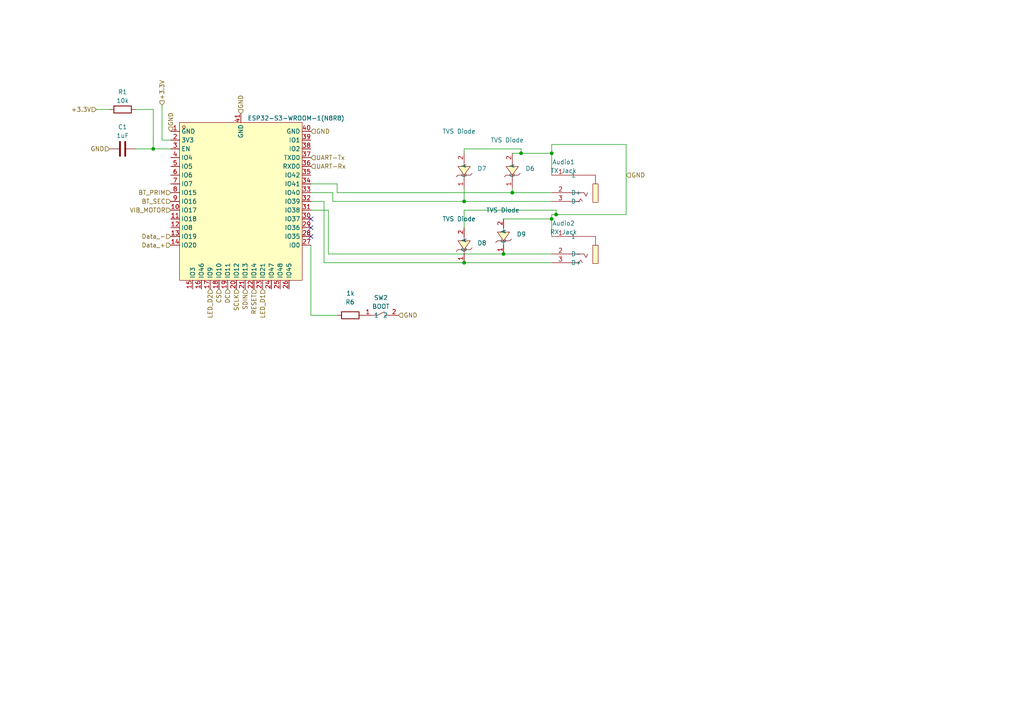
<source format=kicad_sch>
(kicad_sch (version 20230121) (generator eeschema)

  (uuid 34be44c7-2d8b-4557-8f77-8276c797a5e6)

  (paper "A4")

  (lib_symbols
    (symbol "Device:C" (pin_numbers hide) (pin_names (offset 0.254)) (in_bom yes) (on_board yes)
      (property "Reference" "C" (at 0.635 2.54 0)
        (effects (font (size 1.27 1.27)) (justify left))
      )
      (property "Value" "C" (at 0.635 -2.54 0)
        (effects (font (size 1.27 1.27)) (justify left))
      )
      (property "Footprint" "" (at 0.9652 -3.81 0)
        (effects (font (size 1.27 1.27)) hide)
      )
      (property "Datasheet" "~" (at 0 0 0)
        (effects (font (size 1.27 1.27)) hide)
      )
      (property "ki_keywords" "cap capacitor" (at 0 0 0)
        (effects (font (size 1.27 1.27)) hide)
      )
      (property "ki_description" "Unpolarized capacitor" (at 0 0 0)
        (effects (font (size 1.27 1.27)) hide)
      )
      (property "ki_fp_filters" "C_*" (at 0 0 0)
        (effects (font (size 1.27 1.27)) hide)
      )
      (symbol "C_0_1"
        (polyline
          (pts
            (xy -2.032 -0.762)
            (xy 2.032 -0.762)
          )
          (stroke (width 0.508) (type default))
          (fill (type none))
        )
        (polyline
          (pts
            (xy -2.032 0.762)
            (xy 2.032 0.762)
          )
          (stroke (width 0.508) (type default))
          (fill (type none))
        )
      )
      (symbol "C_1_1"
        (pin passive line (at 0 3.81 270) (length 2.794)
          (name "~" (effects (font (size 1.27 1.27))))
          (number "1" (effects (font (size 1.27 1.27))))
        )
        (pin passive line (at 0 -3.81 90) (length 2.794)
          (name "~" (effects (font (size 1.27 1.27))))
          (number "2" (effects (font (size 1.27 1.27))))
        )
      )
    )
    (symbol "Device:R" (pin_numbers hide) (pin_names (offset 0)) (in_bom yes) (on_board yes)
      (property "Reference" "R" (at 2.032 0 90)
        (effects (font (size 1.27 1.27)))
      )
      (property "Value" "R" (at 0 0 90)
        (effects (font (size 1.27 1.27)))
      )
      (property "Footprint" "" (at -1.778 0 90)
        (effects (font (size 1.27 1.27)) hide)
      )
      (property "Datasheet" "~" (at 0 0 0)
        (effects (font (size 1.27 1.27)) hide)
      )
      (property "ki_keywords" "R res resistor" (at 0 0 0)
        (effects (font (size 1.27 1.27)) hide)
      )
      (property "ki_description" "Resistor" (at 0 0 0)
        (effects (font (size 1.27 1.27)) hide)
      )
      (property "ki_fp_filters" "R_*" (at 0 0 0)
        (effects (font (size 1.27 1.27)) hide)
      )
      (symbol "R_0_1"
        (rectangle (start -1.016 -2.54) (end 1.016 2.54)
          (stroke (width 0.254) (type default))
          (fill (type none))
        )
      )
      (symbol "R_1_1"
        (pin passive line (at 0 3.81 270) (length 1.27)
          (name "~" (effects (font (size 1.27 1.27))))
          (number "1" (effects (font (size 1.27 1.27))))
        )
        (pin passive line (at 0 -3.81 90) (length 1.27)
          (name "~" (effects (font (size 1.27 1.27))))
          (number "2" (effects (font (size 1.27 1.27))))
        )
      )
    )
    (symbol "PJ-320B_1" (in_bom yes) (on_board yes)
      (property "Reference" "Audio1" (at 2.92 6.35 0)
        (effects (font (size 1.27 1.27)))
      )
      (property "Value" "TX Jack" (at 2.92 3.81 0)
        (effects (font (size 1.27 1.27)))
      )
      (property "Footprint" "global:AUDIO-SMD_PJ-320B" (at 0 -12.7 0)
        (effects (font (size 1.27 1.27)) hide)
      )
      (property "Datasheet" "https://lcsc.com/product-detail/Audio-Connectors_3-5mmCloth-headphone-jack_C18594.html" (at 0 -15.24 0)
        (effects (font (size 1.27 1.27)) hide)
      )
      (property "LCSC Part" "C18594" (at 0 -17.78 0)
        (effects (font (size 1.27 1.27)) hide)
      )
      (symbol "PJ-320B_1_0_1"
        (rectangle (start -7.11 0) (end -5.59 -5.33)
          (stroke (width 0) (type default))
          (fill (type background))
        )
        (polyline
          (pts
            (xy 1.27 2.54)
            (xy -6.35 2.54)
            (xy -6.35 0)
          )
          (stroke (width 0) (type default))
          (fill (type none))
        )
        (polyline
          (pts
            (xy 1.27 -5.08)
            (xy -1.52 -5.08)
            (xy -2.03 -4.32)
            (xy -2.54 -5.08)
          )
          (stroke (width 0) (type default))
          (fill (type none))
        )
        (polyline
          (pts
            (xy 1.27 -2.54)
            (xy -3.05 -2.54)
            (xy -3.56 -3.56)
            (xy -4.06 -2.54)
          )
          (stroke (width 0) (type default))
          (fill (type none))
        )
        (pin unspecified line (at 6.35 2.54 180) (length 5.08)
          (name "1" (effects (font (size 1.27 1.27))))
          (number "1" (effects (font (size 1.27 1.27))))
        )
      )
      (symbol "PJ-320B_1_1_1"
        (pin unspecified line (at 6.35 -2.54 180) (length 5.08)
          (name "D+" (effects (font (size 1.27 1.27))))
          (number "2" (effects (font (size 1.27 1.27))))
        )
        (pin unspecified line (at 6.35 -5.08 180) (length 5.08)
          (name "D-" (effects (font (size 1.27 1.27))))
          (number "3" (effects (font (size 1.27 1.27))))
        )
      )
    )
    (symbol "global:ESP32-S3-WROOM-1(N8R8)" (in_bom yes) (on_board yes)
      (property "Reference" "U" (at 0 30.48 0)
        (effects (font (size 1.27 1.27)))
      )
      (property "Value" "ESP32-S3-WROOM-1(N8R8)" (at 0 -30.48 0)
        (effects (font (size 1.27 1.27)))
      )
      (property "Footprint" "global:WIRELM-SMD_ESP32-S3-WROOM-1" (at 0 -33.02 0)
        (effects (font (size 1.27 1.27)) hide)
      )
      (property "Datasheet" "" (at 0 0 0)
        (effects (font (size 1.27 1.27)) hide)
      )
      (property "LCSC Part" "C2913201" (at 0 -35.56 0)
        (effects (font (size 1.27 1.27)) hide)
      )
      (symbol "ESP32-S3-WROOM-1(N8R8)_0_1"
        (rectangle (start -17.78 22.86) (end 17.78 -22.86)
          (stroke (width 0) (type default))
          (fill (type background))
        )
        (circle (center -16.51 21.59) (radius 0.38)
          (stroke (width 0) (type default))
          (fill (type none))
        )
        (pin unspecified line (at -20.32 20.32 0) (length 2.54)
          (name "GND" (effects (font (size 1.27 1.27))))
          (number "1" (effects (font (size 1.27 1.27))))
        )
        (pin unspecified line (at -20.32 -2.54 0) (length 2.54)
          (name "IO17" (effects (font (size 1.27 1.27))))
          (number "10" (effects (font (size 1.27 1.27))))
        )
        (pin unspecified line (at -20.32 -5.08 0) (length 2.54)
          (name "IO18" (effects (font (size 1.27 1.27))))
          (number "11" (effects (font (size 1.27 1.27))))
        )
        (pin unspecified line (at -20.32 -7.62 0) (length 2.54)
          (name "IO8" (effects (font (size 1.27 1.27))))
          (number "12" (effects (font (size 1.27 1.27))))
        )
        (pin unspecified line (at -20.32 -10.16 0) (length 2.54)
          (name "IO19" (effects (font (size 1.27 1.27))))
          (number "13" (effects (font (size 1.27 1.27))))
        )
        (pin unspecified line (at -20.32 -12.7 0) (length 2.54)
          (name "IO20" (effects (font (size 1.27 1.27))))
          (number "14" (effects (font (size 1.27 1.27))))
        )
        (pin unspecified line (at -13.97 -25.4 90) (length 2.54)
          (name "IO3" (effects (font (size 1.27 1.27))))
          (number "15" (effects (font (size 1.27 1.27))))
        )
        (pin unspecified line (at -11.43 -25.4 90) (length 2.54)
          (name "IO46" (effects (font (size 1.27 1.27))))
          (number "16" (effects (font (size 1.27 1.27))))
        )
        (pin unspecified line (at -8.89 -25.4 90) (length 2.54)
          (name "IO9" (effects (font (size 1.27 1.27))))
          (number "17" (effects (font (size 1.27 1.27))))
        )
        (pin unspecified line (at -6.35 -25.4 90) (length 2.54)
          (name "IO10" (effects (font (size 1.27 1.27))))
          (number "18" (effects (font (size 1.27 1.27))))
        )
        (pin unspecified line (at -3.81 -25.4 90) (length 2.54)
          (name "IO11" (effects (font (size 1.27 1.27))))
          (number "19" (effects (font (size 1.27 1.27))))
        )
        (pin unspecified line (at -20.32 17.78 0) (length 2.54)
          (name "3V3" (effects (font (size 1.27 1.27))))
          (number "2" (effects (font (size 1.27 1.27))))
        )
        (pin unspecified line (at -1.27 -25.4 90) (length 2.54)
          (name "IO12" (effects (font (size 1.27 1.27))))
          (number "20" (effects (font (size 1.27 1.27))))
        )
        (pin unspecified line (at 1.27 -25.4 90) (length 2.54)
          (name "IO13" (effects (font (size 1.27 1.27))))
          (number "21" (effects (font (size 1.27 1.27))))
        )
        (pin unspecified line (at 3.81 -25.4 90) (length 2.54)
          (name "IO14" (effects (font (size 1.27 1.27))))
          (number "22" (effects (font (size 1.27 1.27))))
        )
        (pin unspecified line (at 6.35 -25.4 90) (length 2.54)
          (name "IO21" (effects (font (size 1.27 1.27))))
          (number "23" (effects (font (size 1.27 1.27))))
        )
        (pin unspecified line (at 8.89 -25.4 90) (length 2.54)
          (name "IO47" (effects (font (size 1.27 1.27))))
          (number "24" (effects (font (size 1.27 1.27))))
        )
        (pin unspecified line (at 11.43 -25.4 90) (length 2.54)
          (name "IO48" (effects (font (size 1.27 1.27))))
          (number "25" (effects (font (size 1.27 1.27))))
        )
        (pin unspecified line (at 13.97 -25.4 90) (length 2.54)
          (name "IO45" (effects (font (size 1.27 1.27))))
          (number "26" (effects (font (size 1.27 1.27))))
        )
        (pin unspecified line (at 20.32 -12.7 180) (length 2.54)
          (name "IO0" (effects (font (size 1.27 1.27))))
          (number "27" (effects (font (size 1.27 1.27))))
        )
        (pin unspecified line (at 20.32 -10.16 180) (length 2.54)
          (name "IO35" (effects (font (size 1.27 1.27))))
          (number "28" (effects (font (size 1.27 1.27))))
        )
        (pin unspecified line (at 20.32 -7.62 180) (length 2.54)
          (name "IO36" (effects (font (size 1.27 1.27))))
          (number "29" (effects (font (size 1.27 1.27))))
        )
        (pin unspecified line (at -20.32 15.24 0) (length 2.54)
          (name "EN" (effects (font (size 1.27 1.27))))
          (number "3" (effects (font (size 1.27 1.27))))
        )
        (pin unspecified line (at 20.32 -5.08 180) (length 2.54)
          (name "IO37" (effects (font (size 1.27 1.27))))
          (number "30" (effects (font (size 1.27 1.27))))
        )
        (pin unspecified line (at 20.32 -2.54 180) (length 2.54)
          (name "IO38" (effects (font (size 1.27 1.27))))
          (number "31" (effects (font (size 1.27 1.27))))
        )
        (pin unspecified line (at 20.32 0 180) (length 2.54)
          (name "IO39" (effects (font (size 1.27 1.27))))
          (number "32" (effects (font (size 1.27 1.27))))
        )
        (pin unspecified line (at 20.32 2.54 180) (length 2.54)
          (name "IO40" (effects (font (size 1.27 1.27))))
          (number "33" (effects (font (size 1.27 1.27))))
        )
        (pin unspecified line (at 20.32 5.08 180) (length 2.54)
          (name "IO41" (effects (font (size 1.27 1.27))))
          (number "34" (effects (font (size 1.27 1.27))))
        )
        (pin unspecified line (at 20.32 7.62 180) (length 2.54)
          (name "IO42" (effects (font (size 1.27 1.27))))
          (number "35" (effects (font (size 1.27 1.27))))
        )
        (pin unspecified line (at 20.32 10.16 180) (length 2.54)
          (name "RXD0" (effects (font (size 1.27 1.27))))
          (number "36" (effects (font (size 1.27 1.27))))
        )
        (pin unspecified line (at 20.32 12.7 180) (length 2.54)
          (name "TXD0" (effects (font (size 1.27 1.27))))
          (number "37" (effects (font (size 1.27 1.27))))
        )
        (pin unspecified line (at 20.32 15.24 180) (length 2.54)
          (name "IO2" (effects (font (size 1.27 1.27))))
          (number "38" (effects (font (size 1.27 1.27))))
        )
        (pin unspecified line (at 20.32 17.78 180) (length 2.54)
          (name "IO1" (effects (font (size 1.27 1.27))))
          (number "39" (effects (font (size 1.27 1.27))))
        )
        (pin unspecified line (at -20.32 12.7 0) (length 2.54)
          (name "IO4" (effects (font (size 1.27 1.27))))
          (number "4" (effects (font (size 1.27 1.27))))
        )
        (pin unspecified line (at 20.32 20.32 180) (length 2.54)
          (name "GND" (effects (font (size 1.27 1.27))))
          (number "40" (effects (font (size 1.27 1.27))))
        )
        (pin unspecified line (at 0 25.4 270) (length 2.54)
          (name "GND" (effects (font (size 1.27 1.27))))
          (number "41" (effects (font (size 1.27 1.27))))
        )
        (pin unspecified line (at -20.32 10.16 0) (length 2.54)
          (name "IO5" (effects (font (size 1.27 1.27))))
          (number "5" (effects (font (size 1.27 1.27))))
        )
        (pin unspecified line (at -20.32 7.62 0) (length 2.54)
          (name "IO6" (effects (font (size 1.27 1.27))))
          (number "6" (effects (font (size 1.27 1.27))))
        )
        (pin unspecified line (at -20.32 5.08 0) (length 2.54)
          (name "IO7" (effects (font (size 1.27 1.27))))
          (number "7" (effects (font (size 1.27 1.27))))
        )
        (pin unspecified line (at -20.32 2.54 0) (length 2.54)
          (name "IO15" (effects (font (size 1.27 1.27))))
          (number "8" (effects (font (size 1.27 1.27))))
        )
        (pin unspecified line (at -20.32 0 0) (length 2.54)
          (name "IO16" (effects (font (size 1.27 1.27))))
          (number "9" (effects (font (size 1.27 1.27))))
        )
      )
    )
    (symbol "global:PJ-320B" (in_bom yes) (on_board yes)
      (property "Reference" "Audio2" (at 2.92 6.35 0)
        (effects (font (size 1.27 1.27)))
      )
      (property "Value" "RX Jack" (at 2.92 3.81 0)
        (effects (font (size 1.27 1.27)))
      )
      (property "Footprint" "global:AUDIO-SMD_PJ-320B" (at 0 -12.7 0)
        (effects (font (size 1.27 1.27)) hide)
      )
      (property "Datasheet" "https://lcsc.com/product-detail/Audio-Connectors_3-5mmCloth-headphone-jack_C18594.html" (at 0 -15.24 0)
        (effects (font (size 1.27 1.27)) hide)
      )
      (property "LCSC Part" "C18594" (at 0 -17.78 0)
        (effects (font (size 1.27 1.27)) hide)
      )
      (symbol "PJ-320B_0_1"
        (rectangle (start -7.11 0) (end -5.59 -5.33)
          (stroke (width 0) (type default))
          (fill (type background))
        )
        (polyline
          (pts
            (xy 1.27 2.54)
            (xy -6.35 2.54)
            (xy -6.35 0)
          )
          (stroke (width 0) (type default))
          (fill (type none))
        )
        (polyline
          (pts
            (xy 1.27 -5.08)
            (xy -1.52 -5.08)
            (xy -2.03 -4.32)
            (xy -2.54 -5.08)
          )
          (stroke (width 0) (type default))
          (fill (type none))
        )
        (polyline
          (pts
            (xy 1.27 -2.54)
            (xy -3.05 -2.54)
            (xy -3.56 -3.56)
            (xy -4.06 -2.54)
          )
          (stroke (width 0) (type default))
          (fill (type none))
        )
        (pin unspecified line (at 6.35 2.54 180) (length 5.08)
          (name "1" (effects (font (size 1.27 1.27))))
          (number "1" (effects (font (size 1.27 1.27))))
        )
      )
      (symbol "PJ-320B_1_1"
        (pin unspecified line (at 6.35 -2.54 180) (length 5.08)
          (name "D-" (effects (font (size 1.27 1.27))))
          (number "2" (effects (font (size 1.27 1.27))))
        )
        (pin unspecified line (at 6.35 -5.08 180) (length 5.08)
          (name "D+" (effects (font (size 1.27 1.27))))
          (number "3" (effects (font (size 1.27 1.27))))
        )
      )
    )
    (symbol "global:SD03_C502526" (in_bom yes) (on_board yes)
      (property "Reference" "D" (at 0 5.08 0)
        (effects (font (size 1.27 1.27)))
      )
      (property "Value" "SD03_C502526" (at 0 -5.08 0)
        (effects (font (size 1.27 1.27)))
      )
      (property "Footprint" "global:SOD-323_L1.8-W1.3-LS2.5-RD" (at 0 -7.62 0)
        (effects (font (size 1.27 1.27)) hide)
      )
      (property "Datasheet" "https://lcsc.com/product-detail/TVS_MDD-Microdiode-Electronics-SD03_C502526.html" (at 0 -10.16 0)
        (effects (font (size 1.27 1.27)) hide)
      )
      (property "LCSC Part" "C502526" (at 0 -12.7 0)
        (effects (font (size 1.27 1.27)) hide)
      )
      (symbol "SD03_C502526_0_1"
        (polyline
          (pts
            (xy -1.27 0)
            (xy -2.54 0)
          )
          (stroke (width 0) (type default))
          (fill (type none))
        )
        (polyline
          (pts
            (xy 2.54 0)
            (xy 1.27 0)
          )
          (stroke (width 0) (type default))
          (fill (type none))
        )
        (polyline
          (pts
            (xy 1.27 1.78)
            (xy -1.27 0)
            (xy 1.27 -1.78)
            (xy 1.27 1.78)
          )
          (stroke (width 0) (type default))
          (fill (type background))
        )
        (polyline
          (pts
            (xy -1.78 2.29)
            (xy -1.78 2.29)
            (xy -1.27 1.78)
            (xy -1.27 -1.78)
            (xy -0.76 -2.29)
            (xy -0.76 -2.29)
          )
          (stroke (width 0) (type default))
          (fill (type none))
        )
        (pin unspecified line (at -5.08 0 0) (length 2.54)
          (name "C" (effects (font (size 1.27 1.27))))
          (number "1" (effects (font (size 1.27 1.27))))
        )
        (pin unspecified line (at 5.08 0 180) (length 2.54)
          (name "A" (effects (font (size 1.27 1.27))))
          (number "2" (effects (font (size 1.27 1.27))))
        )
      )
    )
    (symbol "global:TSB013A5026B" (in_bom yes) (on_board yes)
      (property "Reference" "SW" (at 0 5.08 0)
        (effects (font (size 1.27 1.27)))
      )
      (property "Value" "TSB013A5026B" (at 0 -5.08 0)
        (effects (font (size 1.27 1.27)))
      )
      (property "Footprint" "global:KEY-SMD_L6.0-W3.5-LS8.0" (at 0 -7.62 0)
        (effects (font (size 1.27 1.27)) hide)
      )
      (property "Datasheet" "" (at 0 0 0)
        (effects (font (size 1.27 1.27)) hide)
      )
      (property "LCSC Part" "C2888463" (at 0 -10.16 0)
        (effects (font (size 1.27 1.27)) hide)
      )
      (symbol "TSB013A5026B_0_1"
        (polyline
          (pts
            (xy 2.03 0)
            (xy 2.54 0)
          )
          (stroke (width 0) (type default))
          (fill (type none))
        )
        (polyline
          (pts
            (xy 2.54 0)
            (xy 1.02 0)
          )
          (stroke (width 0) (type default))
          (fill (type none))
        )
        (polyline
          (pts
            (xy -2.54 0)
            (xy -1.02 0)
            (xy 1.02 1.02)
          )
          (stroke (width 0) (type default))
          (fill (type none))
        )
        (pin unspecified line (at -5.08 0 0) (length 2.54)
          (name "1" (effects (font (size 1.27 1.27))))
          (number "1" (effects (font (size 1.27 1.27))))
        )
        (pin unspecified line (at 5.08 0 180) (length 2.54)
          (name "2" (effects (font (size 1.27 1.27))))
          (number "2" (effects (font (size 1.27 1.27))))
        )
      )
    )
  )

  (junction (at 134.62 76.2) (diameter 0) (color 0 0 0 0)
    (uuid 009d126e-5695-4cc4-b86f-fdc1df17bdea)
  )
  (junction (at 160.02 63.5) (diameter 0) (color 0 0 0 0)
    (uuid 08f184c1-6a14-4743-a4a1-1fae17f94612)
  )
  (junction (at 134.62 58.42) (diameter 0) (color 0 0 0 0)
    (uuid 2b7a9f8f-163e-4704-ae56-775e248db611)
  )
  (junction (at 160.02 44.45) (diameter 0) (color 0 0 0 0)
    (uuid 6a268020-6bc3-4557-8bfd-9466cdb4df0e)
  )
  (junction (at 44.45 43.18) (diameter 0) (color 0 0 0 0)
    (uuid 74a38546-7538-4ec8-b0bf-baa1d68a1333)
  )
  (junction (at 146.05 73.66) (diameter 0) (color 0 0 0 0)
    (uuid 862d4e79-3c56-4e20-9f70-ffe1f13ae0a2)
  )
  (junction (at 161.29 62.23) (diameter 0) (color 0 0 0 0)
    (uuid bf06e5e9-1c9f-4883-86f9-24bb283dadcd)
  )
  (junction (at 148.59 55.88) (diameter 0) (color 0 0 0 0)
    (uuid f49f41b0-2826-4d0b-938d-47d487f32e6c)
  )
  (junction (at 151.13 44.45) (diameter 0) (color 0 0 0 0)
    (uuid f7e4081a-ee12-4c49-b560-136799575277)
  )

  (no_connect (at 90.17 68.58) (uuid 46466219-9d9a-4214-a7b2-fff21a1ebabc))
  (no_connect (at 90.17 66.04) (uuid 6c9edca1-90f0-4ae3-b5da-663dcac6bbed))
  (no_connect (at 90.17 63.5) (uuid 70f78b22-3459-4018-9a7d-1f15162d7fb1))

  (wire (pts (xy 181.61 41.91) (xy 160.02 41.91))
    (stroke (width 0) (type default))
    (uuid 0408d7b1-47ad-4623-9d9d-06c466c2cf22)
  )
  (wire (pts (xy 90.17 71.12) (xy 90.17 91.44))
    (stroke (width 0) (type default))
    (uuid 1dad18e3-e27b-4847-9505-656ed1d58d1d)
  )
  (wire (pts (xy 146.05 73.66) (xy 95.25 73.66))
    (stroke (width 0) (type default))
    (uuid 284935b2-9fb2-4cae-9754-58bf8c7077b9)
  )
  (wire (pts (xy 95.25 73.66) (xy 95.25 60.96))
    (stroke (width 0) (type default))
    (uuid 2c82b33f-4f8f-469b-a14e-0e4bccf34125)
  )
  (wire (pts (xy 46.99 30.48) (xy 46.99 40.64))
    (stroke (width 0) (type default))
    (uuid 412dc11d-f992-4c42-b874-4dca063e7fb2)
  )
  (wire (pts (xy 146.05 63.5) (xy 160.02 63.5))
    (stroke (width 0) (type default))
    (uuid 477d4a63-401e-4c5e-b608-0fcc194a9a9c)
  )
  (wire (pts (xy 148.59 55.88) (xy 148.59 54.61))
    (stroke (width 0) (type default))
    (uuid 4f8a8c61-e174-4d53-b22b-5a951300c04a)
  )
  (wire (pts (xy 160.02 68.58) (xy 160.02 63.5))
    (stroke (width 0) (type default))
    (uuid 5087d924-cc98-4baa-9f73-c47ad9f2f69d)
  )
  (wire (pts (xy 160.02 58.42) (xy 134.62 58.42))
    (stroke (width 0) (type default))
    (uuid 55011e47-d6d4-4fe2-a2a4-022fa3750ef7)
  )
  (wire (pts (xy 161.29 62.23) (xy 181.61 62.23))
    (stroke (width 0) (type default))
    (uuid 61dd796a-7057-4905-9ae3-c192eed79fff)
  )
  (wire (pts (xy 134.62 66.04) (xy 134.62 60.96))
    (stroke (width 0) (type default))
    (uuid 624f02d2-31bf-4443-8fbe-6f4b00a01b71)
  )
  (wire (pts (xy 134.62 60.96) (xy 161.29 60.96))
    (stroke (width 0) (type default))
    (uuid 6cc4f841-832e-480f-9f81-c5cd7ba4c8a4)
  )
  (wire (pts (xy 181.61 62.23) (xy 181.61 41.91))
    (stroke (width 0) (type default))
    (uuid 72400a60-1656-44ba-8ac4-9d05f517bbc7)
  )
  (wire (pts (xy 160.02 63.5) (xy 160.02 62.23))
    (stroke (width 0) (type default))
    (uuid 78817066-2fc4-4abb-b7fb-b3f29bae659e)
  )
  (wire (pts (xy 134.62 58.42) (xy 134.62 54.61))
    (stroke (width 0) (type default))
    (uuid 78a7b110-bfd7-489c-8bf0-c9c441fb8ca9)
  )
  (wire (pts (xy 148.59 44.45) (xy 151.13 44.45))
    (stroke (width 0) (type default))
    (uuid 89b7d02c-9cef-4a6d-933a-ae8b49ca813d)
  )
  (wire (pts (xy 27.94 31.75) (xy 31.75 31.75))
    (stroke (width 0) (type default))
    (uuid 8cd4991a-66dd-4dc1-b459-5df043c11840)
  )
  (wire (pts (xy 134.62 58.42) (xy 96.52 58.42))
    (stroke (width 0) (type default))
    (uuid 95a637d3-4efd-4985-998d-68f9dcf22164)
  )
  (wire (pts (xy 90.17 55.88) (xy 96.52 55.88))
    (stroke (width 0) (type default))
    (uuid 9663bc57-b345-42d7-9fdb-76ac6f349e43)
  )
  (wire (pts (xy 44.45 31.75) (xy 39.37 31.75))
    (stroke (width 0) (type default))
    (uuid 9e3d5fe7-d07f-4641-be2a-fe963509d890)
  )
  (wire (pts (xy 96.52 58.42) (xy 96.52 55.88))
    (stroke (width 0) (type default))
    (uuid 9ef6a25d-24eb-42b1-bfaf-4b3f692e2e64)
  )
  (wire (pts (xy 49.53 43.18) (xy 44.45 43.18))
    (stroke (width 0) (type default))
    (uuid a41d5ffb-95e5-4f16-8505-49cd25528bf9)
  )
  (wire (pts (xy 97.79 55.88) (xy 97.79 53.34))
    (stroke (width 0) (type default))
    (uuid a7c2e140-73b1-4041-9fef-1475d0da3d7d)
  )
  (wire (pts (xy 134.62 76.2) (xy 160.02 76.2))
    (stroke (width 0) (type default))
    (uuid a9591e25-14dc-4ecd-93c8-6d060620f665)
  )
  (wire (pts (xy 93.98 58.42) (xy 90.17 58.42))
    (stroke (width 0) (type default))
    (uuid a9c569b8-4f27-4c98-98a4-7b2ba4927d6e)
  )
  (wire (pts (xy 46.99 40.64) (xy 49.53 40.64))
    (stroke (width 0) (type default))
    (uuid ac61ec02-7870-412e-915e-89bcb4256a32)
  )
  (wire (pts (xy 151.13 43.18) (xy 151.13 44.45))
    (stroke (width 0) (type default))
    (uuid b13361d5-0d02-4cf2-a1be-3bec9c80d3be)
  )
  (wire (pts (xy 160.02 62.23) (xy 161.29 62.23))
    (stroke (width 0) (type default))
    (uuid b1e221a5-aa30-4346-98e6-7490ead2edef)
  )
  (wire (pts (xy 134.62 76.2) (xy 93.98 76.2))
    (stroke (width 0) (type default))
    (uuid b51257d9-4630-4e33-8c33-537b71cc4990)
  )
  (wire (pts (xy 134.62 43.18) (xy 151.13 43.18))
    (stroke (width 0) (type default))
    (uuid b70cd32e-360b-44df-bfc7-2def140f90bf)
  )
  (wire (pts (xy 161.29 60.96) (xy 161.29 62.23))
    (stroke (width 0) (type default))
    (uuid c2f5e107-d351-4d2b-9b5f-b508f09c05d9)
  )
  (wire (pts (xy 160.02 41.91) (xy 160.02 44.45))
    (stroke (width 0) (type default))
    (uuid c7478a41-ffc8-46bd-99af-8f5f9431958a)
  )
  (wire (pts (xy 160.02 55.88) (xy 148.59 55.88))
    (stroke (width 0) (type default))
    (uuid cea895a9-5420-41da-95b9-fbb5c6f53d56)
  )
  (wire (pts (xy 151.13 44.45) (xy 160.02 44.45))
    (stroke (width 0) (type default))
    (uuid d5727401-d531-4ad1-9fe2-7b513f2eb994)
  )
  (wire (pts (xy 146.05 73.66) (xy 160.02 73.66))
    (stroke (width 0) (type default))
    (uuid d932020b-b19d-46a2-9d28-4e86db8dc320)
  )
  (wire (pts (xy 95.25 60.96) (xy 90.17 60.96))
    (stroke (width 0) (type default))
    (uuid dcc13d4e-cfa6-4de9-9745-5502554982d2)
  )
  (wire (pts (xy 148.59 55.88) (xy 97.79 55.88))
    (stroke (width 0) (type default))
    (uuid dfa9d833-a5a2-446e-8cb4-3a5428392d5f)
  )
  (wire (pts (xy 90.17 91.44) (xy 97.79 91.44))
    (stroke (width 0) (type default))
    (uuid e0a5c329-32f6-4231-86a0-3d008b0826c0)
  )
  (wire (pts (xy 93.98 76.2) (xy 93.98 58.42))
    (stroke (width 0) (type default))
    (uuid e61082f7-7693-4218-be78-26a1375046fb)
  )
  (wire (pts (xy 160.02 44.45) (xy 160.02 50.8))
    (stroke (width 0) (type default))
    (uuid f5743914-3813-4224-8d51-40411c5ea4b3)
  )
  (wire (pts (xy 134.62 44.45) (xy 134.62 43.18))
    (stroke (width 0) (type default))
    (uuid f9b7cce6-3728-4d09-bc97-7c3ffda092f0)
  )
  (wire (pts (xy 44.45 43.18) (xy 39.37 43.18))
    (stroke (width 0) (type default))
    (uuid fa3c4a39-47bf-4e05-8f2a-06860cc4322c)
  )
  (wire (pts (xy 44.45 43.18) (xy 44.45 31.75))
    (stroke (width 0) (type default))
    (uuid fd642b33-1e47-4247-acc3-6e297617ca5d)
  )
  (wire (pts (xy 90.17 53.34) (xy 97.79 53.34))
    (stroke (width 0) (type default))
    (uuid fef7e7b4-6aca-4ec9-a7e9-ad12250487ff)
  )

  (hierarchical_label "LED_D1" (shape input) (at 76.2 83.82 270) (fields_autoplaced)
    (effects (font (size 1.27 1.27)) (justify right))
    (uuid 06df6531-38ef-45f8-a5b7-5b3e0fb3208b)
    (property "Intersheetrefs" "${INTERSHEET_REFS}" (at 76.2 92.8575 90)
      (effects (font (size 1.27 1.27)) (justify right) hide)
    )
  )
  (hierarchical_label "GND" (shape input) (at 181.61 50.8 0) (fields_autoplaced)
    (effects (font (size 1.27 1.27)) (justify left))
    (uuid 08c39b85-0bbd-44fb-8676-a15182bd0f5b)
  )
  (hierarchical_label "Data_-" (shape input) (at 49.53 68.58 180) (fields_autoplaced)
    (effects (font (size 1.27 1.27)) (justify right))
    (uuid 1c0930f0-27b8-4a7c-b0d4-84ca65bbba68)
    (property "Intersheetrefs" "${INTERSHEET_REFS}" (at 39.7905 68.58 0)
      (effects (font (size 1.27 1.27)) (justify right) hide)
    )
  )
  (hierarchical_label "GND" (shape input) (at 49.53 38.1 90) (fields_autoplaced)
    (effects (font (size 1.27 1.27)) (justify left))
    (uuid 1e22d3b3-4ea0-485b-83b3-4b98c550dc93)
  )
  (hierarchical_label "CS" (shape input) (at 63.5 83.82 270) (fields_autoplaced)
    (effects (font (size 1.27 1.27)) (justify right))
    (uuid 3515a44f-2fca-41bf-aa6a-89322a93cd5e)
    (property "Intersheetrefs" "${INTERSHEET_REFS}" (at 63.5 88.4428 90)
      (effects (font (size 1.27 1.27)) (justify right) hide)
    )
  )
  (hierarchical_label "+3.3V" (shape input) (at 27.94 31.75 180) (fields_autoplaced)
    (effects (font (size 1.27 1.27)) (justify right))
    (uuid 3e27a5f6-a811-46d8-bdfd-f6f3d1e39e5a)
  )
  (hierarchical_label "GND" (shape input) (at 115.57 91.44 0) (fields_autoplaced)
    (effects (font (size 1.27 1.27)) (justify left))
    (uuid 459f61b6-2cdb-4f1d-96dc-cef060356b73)
  )
  (hierarchical_label "BT_PRIM" (shape input) (at 49.53 55.88 180) (fields_autoplaced)
    (effects (font (size 1.27 1.27)) (justify right))
    (uuid 4a757d20-f1c1-4263-ab98-b044900a0a95)
    (property "Intersheetrefs" "${INTERSHEET_REFS}" (at 39.5853 55.88 0)
      (effects (font (size 1.27 1.27)) (justify right) hide)
    )
  )
  (hierarchical_label "UART-Rx" (shape input) (at 90.17 48.26 0) (fields_autoplaced)
    (effects (font (size 1.27 1.27)) (justify left))
    (uuid 5fe3de2a-1623-44aa-951e-cc13cee3fae2)
  )
  (hierarchical_label "VIB_MOTOR" (shape input) (at 49.53 60.96 180) (fields_autoplaced)
    (effects (font (size 1.27 1.27)) (justify right))
    (uuid 6edd0339-6d31-460c-8495-c650a10a9464)
    (property "Intersheetrefs" "${INTERSHEET_REFS}" (at 37.1057 60.96 0)
      (effects (font (size 1.27 1.27)) (justify right) hide)
    )
  )
  (hierarchical_label "BT_SEC" (shape input) (at 49.53 58.42 180) (fields_autoplaced)
    (effects (font (size 1.27 1.27)) (justify right))
    (uuid 7bc61a15-a73e-457e-8005-c35d6a8b7aa3)
    (property "Intersheetrefs" "${INTERSHEET_REFS}" (at 40.553 58.42 0)
      (effects (font (size 1.27 1.27)) (justify right) hide)
    )
  )
  (hierarchical_label "SCLK" (shape input) (at 68.58 83.82 270) (fields_autoplaced)
    (effects (font (size 1.27 1.27)) (justify right))
    (uuid a0ce3007-94e7-45f4-9768-068bdd8c009c)
    (property "Intersheetrefs" "${INTERSHEET_REFS}" (at 68.58 91.5034 90)
      (effects (font (size 1.27 1.27)) (justify right) hide)
    )
  )
  (hierarchical_label "+3.3V" (shape input) (at 46.99 30.48 90) (fields_autoplaced)
    (effects (font (size 1.27 1.27)) (justify left))
    (uuid a6c6dca1-d714-426a-be94-f45337ed5a94)
  )
  (hierarchical_label "GND" (shape input) (at 31.75 43.18 180) (fields_autoplaced)
    (effects (font (size 1.27 1.27)) (justify right))
    (uuid ac684ad0-6517-4783-988e-c2abcf800c3f)
  )
  (hierarchical_label "RESET" (shape input) (at 73.66 83.82 270) (fields_autoplaced)
    (effects (font (size 1.27 1.27)) (justify right))
    (uuid b0e97e83-d8d7-42b2-b2bc-00d52f0ea0b5)
    (property "Intersheetrefs" "${INTERSHEET_REFS}" (at 73.66 91.7084 90)
      (effects (font (size 1.27 1.27)) (justify right) hide)
    )
  )
  (hierarchical_label "GND" (shape input) (at 90.17 38.1 0) (fields_autoplaced)
    (effects (font (size 1.27 1.27)) (justify left))
    (uuid bb93dbcd-ed2b-4f0c-bf38-4a9c405d3c3d)
  )
  (hierarchical_label "LED_D2" (shape input) (at 60.96 83.82 270) (fields_autoplaced)
    (effects (font (size 1.27 1.27)) (justify right))
    (uuid ce8400de-e125-4acd-91f6-11060624e814)
    (property "Intersheetrefs" "${INTERSHEET_REFS}" (at 60.96 92.8575 90)
      (effects (font (size 1.27 1.27)) (justify right) hide)
    )
  )
  (hierarchical_label "UART-Tx" (shape input) (at 90.17 45.72 0) (fields_autoplaced)
    (effects (font (size 1.27 1.27)) (justify left))
    (uuid d4b8dafe-c112-4f16-9f89-117799249fc5)
  )
  (hierarchical_label "SDIN" (shape input) (at 71.12 83.82 270) (fields_autoplaced)
    (effects (font (size 1.27 1.27)) (justify right))
    (uuid d526a1fd-4237-4382-b54f-cfb674feb48e)
    (property "Intersheetrefs" "${INTERSHEET_REFS}" (at 71.12 91.1406 90)
      (effects (font (size 1.27 1.27)) (justify right) hide)
    )
  )
  (hierarchical_label "GND" (shape input) (at 69.85 33.02 90) (fields_autoplaced)
    (effects (font (size 1.27 1.27)) (justify left))
    (uuid d72b81e5-9291-4e32-a771-a65b7501db00)
  )
  (hierarchical_label "DC" (shape input) (at 66.04 83.82 270) (fields_autoplaced)
    (effects (font (size 1.27 1.27)) (justify right))
    (uuid e0e5c1bd-a140-4a4b-8f44-db40c0d3e001)
    (property "Intersheetrefs" "${INTERSHEET_REFS}" (at 66.04 89.2658 90)
      (effects (font (size 1.27 1.27)) (justify right) hide)
    )
  )
  (hierarchical_label "Data_+" (shape input) (at 49.53 71.12 180) (fields_autoplaced)
    (effects (font (size 1.27 1.27)) (justify right))
    (uuid e79feda6-edfc-424f-ba36-71a4a521fd07)
    (property "Intersheetrefs" "${INTERSHEET_REFS}" (at 39.7905 71.12 0)
      (effects (font (size 1.27 1.27)) (justify right) hide)
    )
  )

  (symbol (lib_id "global:TSB013A5026B") (at 110.49 91.44 0) (unit 1)
    (in_bom yes) (on_board yes) (dnp no) (fields_autoplaced)
    (uuid 17e87ed0-be49-458b-bea2-6b4166b3d1ba)
    (property "Reference" "SW2" (at 110.49 86.36 0)
      (effects (font (size 1.27 1.27)))
    )
    (property "Value" "BOOT" (at 110.49 88.9 0)
      (effects (font (size 1.27 1.27)))
    )
    (property "Footprint" "global:KEY-SMD_L6.0-W3.5-LS8.0" (at 110.49 99.06 0)
      (effects (font (size 1.27 1.27)) hide)
    )
    (property "Datasheet" "" (at 110.49 91.44 0)
      (effects (font (size 1.27 1.27)) hide)
    )
    (property "LCSC Part" "C2888463" (at 110.49 101.6 0)
      (effects (font (size 1.27 1.27)) hide)
    )
    (pin "1" (uuid 66738be3-a751-44ad-8f66-584b1f0035e3))
    (pin "2" (uuid e748f1a7-c483-48b4-a75b-1548f1ff743b))
    (instances
      (project "PDN"
        (path "/df0bc267-025e-4c4e-a09b-51ff87d0c1db"
          (reference "SW2") (unit 1)
        )
        (path "/df0bc267-025e-4c4e-a09b-51ff87d0c1db/176b62b0-12ec-4a4a-9309-4e23e06b21ff"
          (reference "SW3") (unit 1)
        )
        (path "/df0bc267-025e-4c4e-a09b-51ff87d0c1db/5528999e-e72f-4e39-b507-18d3b44f3b41"
          (reference "SW4") (unit 1)
        )
      )
    )
  )

  (symbol (lib_id "global:SD03_C502526") (at 134.62 71.12 90) (unit 1)
    (in_bom yes) (on_board yes) (dnp no)
    (uuid 43d1641b-8edd-4981-a111-8f0bce63b4e6)
    (property "Reference" "D8" (at 138.43 70.485 90)
      (effects (font (size 1.27 1.27)) (justify right))
    )
    (property "Value" "TVS Diode" (at 128.27 63.5 90)
      (effects (font (size 1.27 1.27)) (justify right))
    )
    (property "Footprint" "global:SOD-323_L1.8-W1.3-LS2.5-RD" (at 142.24 71.12 0)
      (effects (font (size 1.27 1.27)) hide)
    )
    (property "Datasheet" "https://lcsc.com/product-detail/TVS_MDD-Microdiode-Electronics-SD03_C502526.html" (at 144.78 71.12 0)
      (effects (font (size 1.27 1.27)) hide)
    )
    (property "LCSC Part" "C502526" (at 147.32 71.12 0)
      (effects (font (size 1.27 1.27)) hide)
    )
    (pin "1" (uuid 824a96dc-0ad2-4f84-99b7-dcc82fc97723))
    (pin "2" (uuid 2bf9128d-6a25-446a-bea2-2a501f1451b9))
    (instances
      (project "PDN"
        (path "/df0bc267-025e-4c4e-a09b-51ff87d0c1db/5528999e-e72f-4e39-b507-18d3b44f3b41"
          (reference "D8") (unit 1)
        )
      )
    )
  )

  (symbol (lib_id "global:SD03_C502526") (at 148.59 49.53 90) (unit 1)
    (in_bom yes) (on_board yes) (dnp no)
    (uuid 512b5105-c7a3-4036-aea5-74dc6524f4fe)
    (property "Reference" "D6" (at 152.4 48.895 90)
      (effects (font (size 1.27 1.27)) (justify right))
    )
    (property "Value" "TVS Diode" (at 142.24 40.64 90)
      (effects (font (size 1.27 1.27)) (justify right))
    )
    (property "Footprint" "global:SOD-323_L1.8-W1.3-LS2.5-RD" (at 156.21 49.53 0)
      (effects (font (size 1.27 1.27)) hide)
    )
    (property "Datasheet" "https://lcsc.com/product-detail/TVS_MDD-Microdiode-Electronics-SD03_C502526.html" (at 158.75 49.53 0)
      (effects (font (size 1.27 1.27)) hide)
    )
    (property "LCSC Part" "C502526" (at 161.29 49.53 0)
      (effects (font (size 1.27 1.27)) hide)
    )
    (pin "1" (uuid 13d668a6-2a59-4124-a2e5-eae8beb46919))
    (pin "2" (uuid f8373bb6-356d-43b9-9267-7ca682bf70ab))
    (instances
      (project "PDN"
        (path "/df0bc267-025e-4c4e-a09b-51ff87d0c1db/5528999e-e72f-4e39-b507-18d3b44f3b41"
          (reference "D6") (unit 1)
        )
      )
    )
  )

  (symbol (lib_id "Device:R") (at 35.56 31.75 90) (unit 1)
    (in_bom yes) (on_board yes) (dnp no) (fields_autoplaced)
    (uuid 7072f2f7-a0a2-4392-ad15-6c9d6334ab0c)
    (property "Reference" "R1" (at 35.56 26.67 90)
      (effects (font (size 1.27 1.27)))
    )
    (property "Value" "10k" (at 35.56 29.21 90)
      (effects (font (size 1.27 1.27)))
    )
    (property "Footprint" "Resistor_SMD:R_0603_1608Metric" (at 35.56 33.528 90)
      (effects (font (size 1.27 1.27)) hide)
    )
    (property "Datasheet" "~" (at 35.56 31.75 0)
      (effects (font (size 1.27 1.27)) hide)
    )
    (property "LCSC Part" "C103199" (at 35.56 31.75 0)
      (effects (font (size 1.27 1.27)) hide)
    )
    (pin "1" (uuid 21a17d87-afe8-4f11-a42c-3f59ab99fab5))
    (pin "2" (uuid 5b1eae50-80c3-4409-8d26-4416dec9610b))
    (instances
      (project "hex_lights"
        (path "/99dd32be-e52f-4355-ae8e-2bf6a0d7d0ad"
          (reference "R1") (unit 1)
        )
      )
      (project "PDN"
        (path "/df0bc267-025e-4c4e-a09b-51ff87d0c1db"
          (reference "R_EN1") (unit 1)
        )
        (path "/df0bc267-025e-4c4e-a09b-51ff87d0c1db/5528999e-e72f-4e39-b507-18d3b44f3b41"
          (reference "R12") (unit 1)
        )
      )
      (project "PDN"
        (path "/ef110d8b-8fcf-4e68-8407-a270a2f7664a"
          (reference "R1") (unit 1)
        )
      )
    )
  )

  (symbol (lib_name "PJ-320B_1") (lib_id "global:PJ-320B") (at 166.37 53.34 0) (mirror y) (unit 1)
    (in_bom yes) (on_board yes) (dnp no)
    (uuid 73dfbf46-0664-4de1-9909-070c6430df76)
    (property "Reference" "Audio1" (at 163.45 46.99 0)
      (effects (font (size 1.27 1.27)))
    )
    (property "Value" "TX Jack" (at 163.45 49.53 0)
      (effects (font (size 1.27 1.27)))
    )
    (property "Footprint" "global:AUDIO-SMD_PJ-320B" (at 166.37 66.04 0)
      (effects (font (size 1.27 1.27)) hide)
    )
    (property "Datasheet" "https://lcsc.com/product-detail/Audio-Connectors_3-5mmCloth-headphone-jack_C18594.html" (at 166.37 68.58 0)
      (effects (font (size 1.27 1.27)) hide)
    )
    (property "LCSC Part" "C18594" (at 166.37 71.12 0)
      (effects (font (size 1.27 1.27)) hide)
    )
    (pin "1" (uuid 1a8393c0-a3ab-4851-9a74-01992d52b053))
    (pin "2" (uuid 53b9dcbd-290a-49ce-98fe-b14f2a3b6e49))
    (pin "3" (uuid ae4e6beb-bb2e-4f37-af37-856e05f3f7eb))
    (instances
      (project "PDN"
        (path "/df0bc267-025e-4c4e-a09b-51ff87d0c1db"
          (reference "Audio1") (unit 1)
        )
        (path "/df0bc267-025e-4c4e-a09b-51ff87d0c1db/5528999e-e72f-4e39-b507-18d3b44f3b41"
          (reference "Audio1") (unit 1)
        )
      )
    )
  )

  (symbol (lib_id "global:PJ-320B") (at 166.37 71.12 0) (mirror y) (unit 1)
    (in_bom yes) (on_board yes) (dnp no)
    (uuid 7ab1ddd5-9fac-4e2a-a5ff-10c729e4541f)
    (property "Reference" "Audio2" (at 163.45 64.77 0)
      (effects (font (size 1.27 1.27)))
    )
    (property "Value" "RX Jack" (at 163.45 67.31 0)
      (effects (font (size 1.27 1.27)))
    )
    (property "Footprint" "global:AUDIO-SMD_PJ-320B" (at 166.37 83.82 0)
      (effects (font (size 1.27 1.27)) hide)
    )
    (property "Datasheet" "https://lcsc.com/product-detail/Audio-Connectors_3-5mmCloth-headphone-jack_C18594.html" (at 166.37 86.36 0)
      (effects (font (size 1.27 1.27)) hide)
    )
    (property "LCSC Part" "C18594" (at 166.37 88.9 0)
      (effects (font (size 1.27 1.27)) hide)
    )
    (pin "1" (uuid 7e0040ea-eb15-43e9-9eec-0d5e09bb35b4))
    (pin "2" (uuid 0e3a20f6-d87e-45c0-a669-7fee467d31e4))
    (pin "3" (uuid 09c72170-d465-42ca-9e3a-55d35c7e9ddf))
    (instances
      (project "PDN"
        (path "/df0bc267-025e-4c4e-a09b-51ff87d0c1db"
          (reference "Audio2") (unit 1)
        )
        (path "/df0bc267-025e-4c4e-a09b-51ff87d0c1db/5528999e-e72f-4e39-b507-18d3b44f3b41"
          (reference "Audio2") (unit 1)
        )
      )
    )
  )

  (symbol (lib_id "global:SD03_C502526") (at 134.62 49.53 90) (unit 1)
    (in_bom yes) (on_board yes) (dnp no)
    (uuid 7c9fa379-e6f0-43ac-812a-622ef3e1efd1)
    (property "Reference" "D7" (at 138.43 48.895 90)
      (effects (font (size 1.27 1.27)) (justify right))
    )
    (property "Value" "TVS Diode" (at 128.27 38.1 90)
      (effects (font (size 1.27 1.27)) (justify right))
    )
    (property "Footprint" "global:SOD-323_L1.8-W1.3-LS2.5-RD" (at 142.24 49.53 0)
      (effects (font (size 1.27 1.27)) hide)
    )
    (property "Datasheet" "https://lcsc.com/product-detail/TVS_MDD-Microdiode-Electronics-SD03_C502526.html" (at 144.78 49.53 0)
      (effects (font (size 1.27 1.27)) hide)
    )
    (property "LCSC Part" "C502526" (at 147.32 49.53 0)
      (effects (font (size 1.27 1.27)) hide)
    )
    (pin "1" (uuid 05c6acac-6535-4d9b-af53-3dfe6696a138))
    (pin "2" (uuid 17edd43d-58a1-43e7-baac-31a0068ea461))
    (instances
      (project "PDN"
        (path "/df0bc267-025e-4c4e-a09b-51ff87d0c1db/5528999e-e72f-4e39-b507-18d3b44f3b41"
          (reference "D7") (unit 1)
        )
      )
    )
  )

  (symbol (lib_id "Device:C") (at 35.56 43.18 90) (unit 1)
    (in_bom yes) (on_board yes) (dnp no) (fields_autoplaced)
    (uuid 9f290835-d8e2-4847-9978-6d2559edcbc5)
    (property "Reference" "C1" (at 35.56 36.83 90)
      (effects (font (size 1.27 1.27)))
    )
    (property "Value" "1uF" (at 35.56 39.37 90)
      (effects (font (size 1.27 1.27)))
    )
    (property "Footprint" "global:C0805" (at 39.37 42.2148 0)
      (effects (font (size 1.27 1.27)) hide)
    )
    (property "Datasheet" "~" (at 35.56 43.18 0)
      (effects (font (size 1.27 1.27)) hide)
    )
    (property "LCSC Part" "C2932475" (at 35.56 43.18 0)
      (effects (font (size 1.27 1.27)) hide)
    )
    (pin "1" (uuid 1f6283ce-6768-499e-9edf-d1632c705db6))
    (pin "2" (uuid 351332db-6a1b-4e6a-997c-86e0d6cf4312))
    (instances
      (project "hex_lights"
        (path "/99dd32be-e52f-4355-ae8e-2bf6a0d7d0ad"
          (reference "C1") (unit 1)
        )
      )
      (project "PDN"
        (path "/df0bc267-025e-4c4e-a09b-51ff87d0c1db"
          (reference "C_EN1") (unit 1)
        )
        (path "/df0bc267-025e-4c4e-a09b-51ff87d0c1db/5528999e-e72f-4e39-b507-18d3b44f3b41"
          (reference "C9") (unit 1)
        )
      )
      (project "PDN"
        (path "/ef110d8b-8fcf-4e68-8407-a270a2f7664a"
          (reference "C6") (unit 1)
        )
      )
    )
  )

  (symbol (lib_id "global:ESP32-S3-WROOM-1(N8R8)") (at 69.85 58.42 0) (unit 1)
    (in_bom yes) (on_board yes) (dnp no) (fields_autoplaced)
    (uuid e06039fa-24e3-4065-b4b6-50cba99613f9)
    (property "Reference" "U1" (at 71.8059 31.75 0)
      (effects (font (size 1.27 1.27)) (justify left) hide)
    )
    (property "Value" "ESP32-S3-WROOM-1(N8R8)" (at 71.8059 34.29 0)
      (effects (font (size 1.27 1.27)) (justify left))
    )
    (property "Footprint" "global:WIRELM-SMD_ESP32-S3-WROOM-1" (at 69.85 91.44 0)
      (effects (font (size 1.27 1.27)) hide)
    )
    (property "Datasheet" "" (at 69.85 58.42 0)
      (effects (font (size 1.27 1.27)) hide)
    )
    (property "LCSC Part" "C2913201" (at 69.85 93.98 0)
      (effects (font (size 1.27 1.27)) hide)
    )
    (pin "1" (uuid 3f4cb13e-98a7-4278-b0f0-6ad67cff93a7))
    (pin "10" (uuid cf625108-34b0-410e-8982-e6907dea2802))
    (pin "11" (uuid 1fb28eb7-64d1-4810-918d-a3000381b50f))
    (pin "12" (uuid 0eb59552-b850-4d9c-bda5-6880528cfb41))
    (pin "13" (uuid e2aac434-6c95-4194-9bc6-603076ee5ec3))
    (pin "14" (uuid 01ea95e3-fd26-4741-b980-79c38ff80cda))
    (pin "15" (uuid 9efca6ee-6dc2-4f57-80eb-e5679308af51))
    (pin "16" (uuid 165545b8-f486-444a-ad95-70564ac6dcd6))
    (pin "17" (uuid f11316b1-6aa2-4d05-80ed-44b8c22b7246))
    (pin "18" (uuid 5a72ac0d-715b-4ac6-8c2e-10e4eb166b4f))
    (pin "19" (uuid 8fd7555e-4275-4748-8462-3e9249f424cc))
    (pin "2" (uuid 07c8296e-f8bc-48a8-bbb0-623f1436a333))
    (pin "20" (uuid 994893e4-3ba9-4979-bd28-06e5e226f711))
    (pin "21" (uuid 26cf23cd-36fb-4d9f-b096-0cd201dbbdaf))
    (pin "22" (uuid 097ae00e-aa62-4c6d-b8bb-6a0218c7640a))
    (pin "23" (uuid 0eef4e31-9108-4e75-a541-6f10ba99702f))
    (pin "24" (uuid 05107e93-86b8-479d-bed5-58df79f1157e))
    (pin "25" (uuid b0abae5b-3f89-4a32-9157-4ea634f2ae00))
    (pin "26" (uuid 3c4029f9-e199-4bca-b092-a9950ce1bb7d))
    (pin "27" (uuid 8e01ac4b-c60d-4ca2-91de-8e30c8f31599))
    (pin "28" (uuid d53d28bb-4760-4741-95b1-ea396d6cf7b9))
    (pin "29" (uuid 6ff702d5-88a2-41bf-9910-e94cb2fa4e28))
    (pin "3" (uuid 60219980-f6bc-4dda-89aa-ca96716565f0))
    (pin "30" (uuid a3c27610-5fd6-40f0-8a2e-30ccb68e1948))
    (pin "31" (uuid f7c0e785-82b0-4d04-9f70-39d940e9106d))
    (pin "32" (uuid 48a28c13-eaac-4d34-b327-f5b05f3a5525))
    (pin "33" (uuid e0b2e85a-50ff-4981-807a-f8a338c0d08c))
    (pin "34" (uuid 7447140b-d5f2-4eb4-a9e7-5e2156445bab))
    (pin "35" (uuid 70e810a3-b43c-4367-ab4c-536b52a8c2c2))
    (pin "36" (uuid fe16505b-bd11-47e6-81f3-341828f48f0b))
    (pin "37" (uuid f6ec7ea1-db24-4c91-9d5a-978cf780ee3b))
    (pin "38" (uuid ea7982dd-b2e6-424c-8826-a7ba65ea9d4b))
    (pin "39" (uuid a8e7fef5-20cf-4509-8777-91b4f35ff15b))
    (pin "4" (uuid d14ea669-0794-41c8-a295-7e004d91a30b))
    (pin "40" (uuid 755b1ec2-207d-4331-a233-cbb9884c710a))
    (pin "41" (uuid b3adf84e-ae72-4e9a-a65b-56830adffca1))
    (pin "5" (uuid f9e3c4cc-10fc-47f7-b261-7e2bc923fd1f))
    (pin "6" (uuid 4fe56d96-a541-4b6b-8719-ccb22ccca15d))
    (pin "7" (uuid 9e097067-d2b4-4482-b4d2-50fdcfc0b0cc))
    (pin "8" (uuid cb733aa1-c886-4b61-9fef-25b975a10c69))
    (pin "9" (uuid 568109f8-a476-482c-8a01-523a2728b075))
    (instances
      (project "PDN"
        (path "/df0bc267-025e-4c4e-a09b-51ff87d0c1db"
          (reference "U1") (unit 1)
        )
        (path "/df0bc267-025e-4c4e-a09b-51ff87d0c1db/5528999e-e72f-4e39-b507-18d3b44f3b41"
          (reference "U6") (unit 1)
        )
      )
    )
  )

  (symbol (lib_id "Device:R") (at 101.6 91.44 270) (unit 1)
    (in_bom yes) (on_board yes) (dnp no)
    (uuid e9a6619b-7908-446d-91e7-8d5583e91a2d)
    (property "Reference" "R6" (at 102.87 87.63 90)
      (effects (font (size 1.27 1.27)) (justify right))
    )
    (property "Value" "1k" (at 102.87 85.09 90)
      (effects (font (size 1.27 1.27)) (justify right))
    )
    (property "Footprint" "Resistor_SMD:R_0603_1608Metric" (at 101.6 89.662 90)
      (effects (font (size 1.27 1.27)) hide)
    )
    (property "Datasheet" "~" (at 101.6 91.44 0)
      (effects (font (size 1.27 1.27)) hide)
    )
    (property "LCSC Part" "C2759381" (at 101.6 91.44 0)
      (effects (font (size 1.27 1.27)) hide)
    )
    (pin "1" (uuid b01511be-4167-410a-9810-a03b9f48f09b))
    (pin "2" (uuid bbbe3f6e-65e2-4235-a4be-221dde9529cf))
    (instances
      (project "PDN"
        (path "/df0bc267-025e-4c4e-a09b-51ff87d0c1db"
          (reference "R6") (unit 1)
        )
        (path "/df0bc267-025e-4c4e-a09b-51ff87d0c1db/c306c3c8-b7c4-4bd2-bb28-1ed44c071e88"
          (reference "R6") (unit 1)
        )
        (path "/df0bc267-025e-4c4e-a09b-51ff87d0c1db/5528999e-e72f-4e39-b507-18d3b44f3b41"
          (reference "R15") (unit 1)
        )
      )
    )
  )

  (symbol (lib_id "global:SD03_C502526") (at 146.05 68.58 90) (unit 1)
    (in_bom yes) (on_board yes) (dnp no)
    (uuid f8cbc1d5-1e39-47b4-b188-bd313e23c3a0)
    (property "Reference" "D9" (at 149.86 67.945 90)
      (effects (font (size 1.27 1.27)) (justify right))
    )
    (property "Value" "TVS Diode" (at 140.97 60.96 90)
      (effects (font (size 1.27 1.27)) (justify right))
    )
    (property "Footprint" "global:SOD-323_L1.8-W1.3-LS2.5-RD" (at 153.67 68.58 0)
      (effects (font (size 1.27 1.27)) hide)
    )
    (property "Datasheet" "https://lcsc.com/product-detail/TVS_MDD-Microdiode-Electronics-SD03_C502526.html" (at 156.21 68.58 0)
      (effects (font (size 1.27 1.27)) hide)
    )
    (property "LCSC Part" "C502526" (at 158.75 68.58 0)
      (effects (font (size 1.27 1.27)) hide)
    )
    (pin "1" (uuid bb99b2ed-a0cd-42fd-8eb0-a654a4df1b0f))
    (pin "2" (uuid ea9cc933-b65d-4919-abc8-0a707b091172))
    (instances
      (project "PDN"
        (path "/df0bc267-025e-4c4e-a09b-51ff87d0c1db/5528999e-e72f-4e39-b507-18d3b44f3b41"
          (reference "D9") (unit 1)
        )
      )
    )
  )
)

</source>
